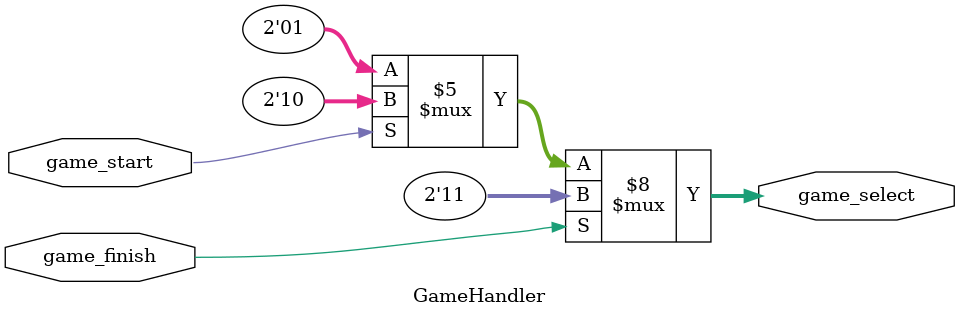
<source format=v>
`timescale 1ns / 1ps


module GameHandler(
    input game_start,
    input game_finish, 
    output reg [1:0] game_select
    );
    
    always @ (*) begin
        if (game_finish == 1) begin
            game_select <= 2'b11;
        end else if (game_start == 1) begin
            game_select <= 2'b10;
        end else begin
            game_select <= 2'b01;
        end //if
    end //always
endmodule

</source>
